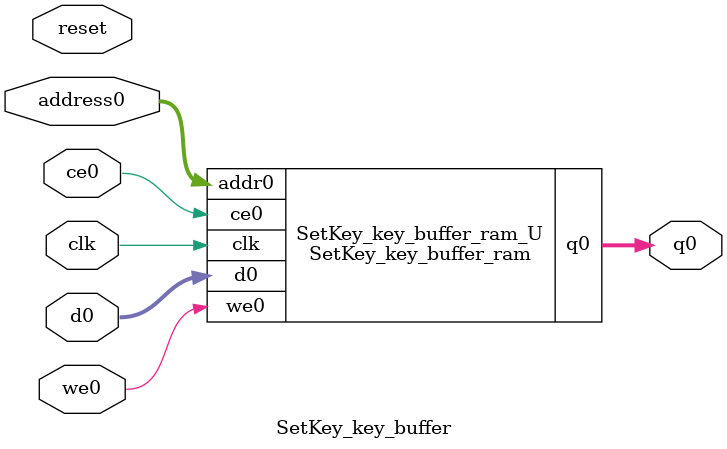
<source format=v>
`timescale 1 ns / 1 ps
module SetKey_key_buffer_ram (addr0, ce0, d0, we0, q0,  clk);

parameter DWIDTH = 32;
parameter AWIDTH = 4;
parameter MEM_SIZE = 16;

input[AWIDTH-1:0] addr0;
input ce0;
input[DWIDTH-1:0] d0;
input we0;
output reg[DWIDTH-1:0] q0;
input clk;

(* ram_style = "distributed" *)reg [DWIDTH-1:0] ram[0:MEM_SIZE-1];




always @(posedge clk)  
begin 
    if (ce0) begin
        if (we0) 
            ram[addr0] <= d0; 
        q0 <= ram[addr0];
    end
end


endmodule

`timescale 1 ns / 1 ps
module SetKey_key_buffer(
    reset,
    clk,
    address0,
    ce0,
    we0,
    d0,
    q0);

parameter DataWidth = 32'd32;
parameter AddressRange = 32'd16;
parameter AddressWidth = 32'd4;
input reset;
input clk;
input[AddressWidth - 1:0] address0;
input ce0;
input we0;
input[DataWidth - 1:0] d0;
output[DataWidth - 1:0] q0;



SetKey_key_buffer_ram SetKey_key_buffer_ram_U(
    .clk( clk ),
    .addr0( address0 ),
    .ce0( ce0 ),
    .we0( we0 ),
    .d0( d0 ),
    .q0( q0 ));

endmodule


</source>
